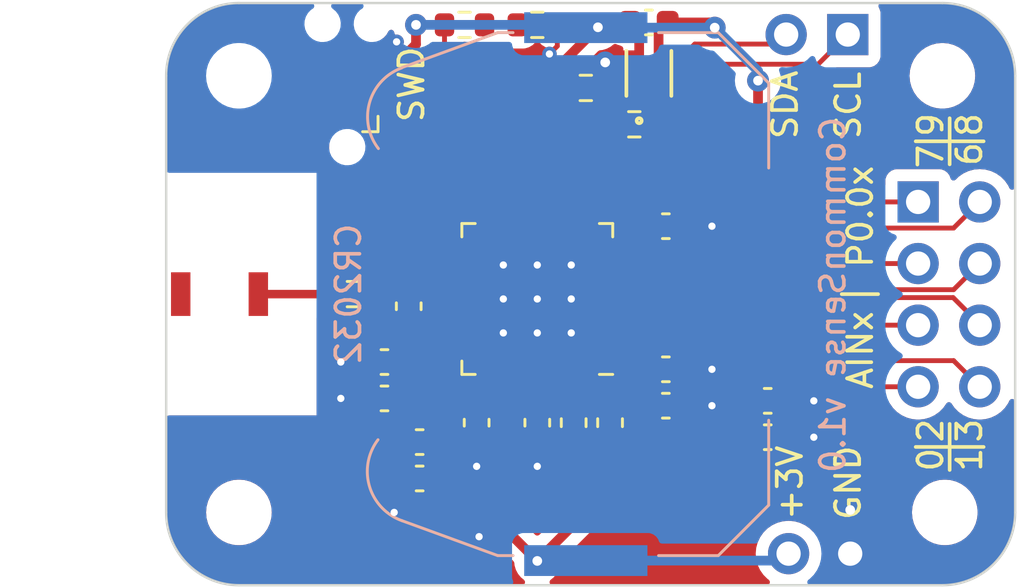
<source format=kicad_pcb>
(kicad_pcb (version 20221018) (generator pcbnew)
  (layers (0 "F.Cu" signal) (31 "B.Cu" signal) (34 "B.Paste" user) (35 "F.Paste" user) (36 "B.SilkS" user "B.Silkscreen") (37 "F.SilkS" user "F.Silkscreen") (38 "B.Mask" user) (39 "F.Mask" user) (44 "Edge.Cuts" user))
  (net 0 "")
  (net 1 "/RF")
  (net 2 "+3V3")
  (net 3 "GND")
  (net 4 "/XL1")
  (net 5 "/XL2")
  (net 6 "/DEC1")
  (net 7 "/DEC4")
  (net 8 "/DEC3")
  (net 9 "/DEC2")
  (net 10 "/XC1")
  (net 11 "/XC2")
  (net 12 "/ANT")
  (net 13 "/LED_RES")
  (net 14 "/STATUS_LED")
  (net 15 "/P0.09")
  (net 16 "/P0.08")
  (net 17 "/P0.07")
  (net 18 "/P0.06")
  (net 19 "/AIN3")
  (net 20 "/AIN2")
  (net 21 "/AIN1")
  (net 22 "/AIN0")
  (net 33 "/SWDCLK")
  (net 34 "/SWDIO")
  (net 44 "/SDA")
  (net 45 "/SCL")
  (net 47 "/NRESET")
  (net 48 "/DCC")
  (net 49 "/L_MID")
  (footprint "Connector_PinHeader_2.54mm:PinHeader_1x02_P2.54mm_Vertical" (layer "F.Cu") (at 164.2 78.7 -90)
    (fp_text reference "J2" hide)
    (fp_text value "Conn_01x02" hide)
    (pad "1" thru_hole rect locked (at 0 0 270) (size 1.7 1.7) (drill 1) (layers "*.Cu" "*.Mask") (net 3 "GND"))
    (pad "2" thru_hole oval locked (at 0 2.54 270) (size 1.7 1.7) (drill 1) (layers "*.Cu" "*.Mask") (net 2 "+3V3"))
  )
  (footprint "Capacitor_SMD:C_0603_1608Metric" (layer "F.Cu") (at 145 70.8 180)
    (fp_text reference "C9" hide)
    (fp_text value "N.C." hide)
    (fp_line (start -0.14058 -0.51) (end 0.14058 -0.51) (stroke (width 0.12)) (layer "F.SilkS"))
    (fp_line (start -0.14058 0.51) (end 0.14058 0.51) (stroke (width 0.12)) (layer "F.SilkS"))
    (pad "1" smd roundrect (at -0.775 0 180) (size 0.9 0.95) (layers "F.Cu" "F.Paste" "F.Mask") (net 9 "/DEC2"))
    (pad "2" smd roundrect (at 0.775 0 180) (size 0.9 0.95) (layers "F.Cu" "F.Paste" "F.Mask") (net 3 "GND"))
  )
  (footprint "Capacitor_SMD:C_0603_1608Metric" (layer "F.Cu") (at 156.6 71.1 180)
    (fp_text reference "C3" hide)
    (fp_text value "100n" hide)
    (fp_line (start -0.14058 -0.51) (end 0.14058 -0.51) (stroke (width 0.12)) (layer "F.SilkS"))
    (fp_line (start -0.14058 0.51) (end 0.14058 0.51) (stroke (width 0.12)) (layer "F.SilkS"))
    (pad "1" smd roundrect (at -0.775 0 180) (size 0.9 0.95) (layers "F.Cu" "F.Paste" "F.Mask") (net 3 "GND"))
    (pad "2" smd roundrect (at 0.775 0 180) (size 0.9 0.95) (layers "F.Cu" "F.Paste" "F.Mask") (net 6 "/DEC1"))
  )
  (footprint "MountingHole:MountingHole_2.2mm_M2" (layer "F.Cu") (at 168.1 77)
    (fp_text reference "H4" hide)
    (fp_text value "MountingHole" hide)
    (pad "" np_thru_hole circle locked (at 0 0) (size 2.2 2.2) (drill 2.2) (layers "*.Cu" "*.Mask"))
  )
  (footprint "Inductor_SMD:L_0603_1608Metric" (layer "F.Cu") (at 154.3 73.3 90)
    (fp_text reference "L3" hide)
    (fp_text value "10uH" hide)
    (fp_line (start -0.162779 -0.51) (end 0.162779 -0.51) (stroke (width 0.12)) (layer "F.SilkS"))
    (fp_line (start -0.162779 0.51) (end 0.162779 0.51) (stroke (width 0.12)) (layer "F.SilkS"))
    (pad "1" smd roundrect (at -0.7875 0 90) (size 0.875 0.95) (layers "F.Cu" "F.Paste" "F.Mask") (net 49 "/L_MID"))
    (pad "2" smd roundrect (at 0.7875 0 90) (size 0.875 0.95) (layers "F.Cu" "F.Paste" "F.Mask") (net 48 "/DCC"))
  )
  (footprint "MountingHole:MountingHole_2.2mm_M2" (layer "F.Cu") (at 139 77)
    (fp_text reference "H1" hide)
    (fp_text value "MountingHole" hide)
    (pad "" np_thru_hole circle locked (at 0 0) (size 2.2 2.2) (drill 2.2) (layers "*.Cu" "*.Mask"))
  )
  (footprint "Connector_PinHeader_2.54mm:PinHeader_2x04_P2.54mm_Vertical" (layer "F.Cu") (at 167 64.2)
    (fp_text reference "J1" hide)
    (fp_text value "Conn_02x04_Counter_Clockwise" hide)
    (pad "1" thru_hole rect locked (at 0 0) (size 1.7 1.7) (drill 1) (layers "*.Cu" "*.Mask") (net 15 "/P0.09"))
    (pad "2" thru_hole oval locked (at 2.54 0) (size 1.7 1.7) (drill 1) (layers "*.Cu" "*.Mask") (net 16 "/P0.08"))
    (pad "3" thru_hole oval locked (at 0 2.54) (size 1.7 1.7) (drill 1) (layers "*.Cu" "*.Mask") (net 17 "/P0.07"))
    (pad "4" thru_hole oval locked (at 2.54 2.54) (size 1.7 1.7) (drill 1) (layers "*.Cu" "*.Mask") (net 18 "/P0.06"))
    (pad "5" thru_hole oval locked (at 0 5.08) (size 1.7 1.7) (drill 1) (layers "*.Cu" "*.Mask") (net 20 "/AIN2"))
    (pad "6" thru_hole oval locked (at 2.54 5.08) (size 1.7 1.7) (drill 1) (layers "*.Cu" "*.Mask") (net 19 "/AIN3"))
    (pad "7" thru_hole oval locked (at 0 7.62) (size 1.7 1.7) (drill 1) (layers "*.Cu" "*.Mask") (net 22 "/AIN0"))
    (pad "8" thru_hole oval locked (at 2.54 7.62) (size 1.7 1.7) (drill 1) (layers "*.Cu" "*.Mask") (net 21 "/AIN1"))
  )
  (footprint "encyclopedia_galactica:ECS-.327-12.5-12R-TR" (layer "F.Cu") (at 160.076228 75.527211 180)
    (fp_text reference "Y1" hide)
    (fp_text value " ECS-.327-12.5-12R-TR " hide)
    (pad "1" smd rect (at -0.7 0 180) (size 0.6 1.1) (layers "F.Cu" "F.Paste" "F.Mask") (net 5 "/XL2"))
    (pad "2" smd rect (at 0.7 0 180) (size 0.6 1.1) (layers "F.Cu" "F.Paste" "F.Mask") (net 4 "/XL1"))
  )
  (footprint "encyclopedia_galactica:2108838-1" (layer "F.Cu") (at 135.7 68)
    (fp_text reference "2108838-1" hide)
    (fp_text value "~" hide)
    (pad "1" smd rect (at 4.1 0) (size 0.8 1.8) (layers "F.Cu" "F.Paste" "F.Mask") (net 1 "/RF"))
    (pad "2" smd rect (at 0.9 0) (size 0.8 1.8) (layers "F.Cu" "F.Paste" "F.Mask"))
    (zone (net 0) (net_name "") (layers "*.Cu") (connect_pads (clearance 0)) (min_thickness 0.25)
      (keepout (tracks allowed) (vias not_allowed) (pads allowed) (copperpour not_allowed) (footprints not_allowed))
      (fill (thermal_gap 0.5) (thermal_bridge_width 0.5))
      (polygon (pts (xy 129.2 63) (xy 129.2 73) (xy 142.2 73) (xy 142.2 63)))
    )
  )
  (footprint "MountingHole:MountingHole_2.2mm_M2" (layer "F.Cu") (at 139 59)
    (fp_text reference "H2" hide)
    (fp_text value "MountingHole" hide)
    (pad "" np_thru_hole circle locked (at 0 0) (size 2.2 2.2) (drill 2.2) (layers "*.Cu" "*.Mask"))
  )
  (footprint "Connector_PinHeader_2.54mm:PinHeader_1x02_P2.54mm_Vertical" (layer "F.Cu") (at 164.1 57.3 -90)
    (fp_text reference "J3" hide)
    (fp_text value "Conn_01x02" hide)
    (pad "1" thru_hole rect locked (at 0 0 270) (size 1.7 1.7) (drill 1) (layers "*.Cu" "*.Mask") (net 45 "/SCL"))
    (pad "2" thru_hole oval locked (at 0 2.54 270) (size 1.7 1.7) (drill 1) (layers "*.Cu" "*.Mask") (net 44 "/SDA"))
  )
  (footprint "Resistor_SMD:R_0603_1608Metric" (layer "F.Cu") (at 151.3 56.9 180)
    (fp_text reference "D1" hide)
    (fp_text value "LED" hide)
    (fp_line (start -0.237258 -0.5225) (end 0.237258 -0.5225) (stroke (width 0.12)) (layer "F.SilkS"))
    (fp_line (start -0.237258 0.5225) (end 0.237258 0.5225) (stroke (width 0.12)) (layer "F.SilkS"))
    (pad "1" smd roundrect (at -0.825 0 180) (size 0.8 0.95) (layers "F.Cu" "F.Paste" "F.Mask") (net 3 "GND"))
    (pad "2" smd roundrect (at 0.825 0 180) (size 0.8 0.95) (layers "F.Cu" "F.Paste" "F.Mask") (net 13 "/LED_RES"))
  )
  (footprint "Package_DFN_QFN:QFN-48-1EP_6x6mm_P0.4mm_EP4.6x4.6mm" (layer "F.Cu") (at 151.3 68.2 180)
    (fp_text reference "U1" hide)
    (fp_text value "NRF52810-QFAA-R7" hide)
    (fp_line (start -3.11 3.11) (end -3.11 2.56) (stroke (width 0.12)) (layer "F.SilkS"))
    (fp_line (start -2.56 -3.11) (end -3.11 -3.11) (stroke (width 0.12)) (layer "F.SilkS"))
    (fp_line (start -2.56 3.11) (end -3.11 3.11) (stroke (width 0.12)) (layer "F.SilkS"))
    (fp_line (start 2.56 -3.11) (end 3.11 -3.11) (stroke (width 0.12)) (layer "F.SilkS"))
    (fp_line (start 2.56 3.11) (end 3.11 3.11) (stroke (width 0.12)) (layer "F.SilkS"))
    (fp_line (start 3.11 -3.11) (end 3.11 -2.56) (stroke (width 0.12)) (layer "F.SilkS"))
    (fp_line (start 3.11 3.11) (end 3.11 2.56) (stroke (width 0.12)) (layer "F.SilkS"))
    (pad "1" smd roundrect (at -2.95 -2.2 180) (size 0.8 0.2) (layers "F.Cu" "F.Paste" "F.Mask") (net 6 "/DEC1"))
    (pad "2" smd roundrect (at -2.95 -1.8 180) (size 0.8 0.2) (layers "F.Cu" "F.Paste" "F.Mask") (net 4 "/XL1"))
    (pad "3" smd roundrect (at -2.95 -1.4 180) (size 0.8 0.2) (layers "F.Cu" "F.Paste" "F.Mask") (net 5 "/XL2"))
    (pad "4" smd roundrect (at -2.95 -1 180) (size 0.8 0.2) (layers "F.Cu" "F.Paste" "F.Mask") (net 22 "/AIN0"))
    (pad "5" smd roundrect (at -2.95 -0.6 180) (size 0.8 0.2) (layers "F.Cu" "F.Paste" "F.Mask") (net 21 "/AIN1"))
    (pad "6" smd roundrect (at -2.95 -0.2 180) (size 0.8 0.2) (layers "F.Cu" "F.Paste" "F.Mask") (net 20 "/AIN2"))
    (pad "7" smd roundrect (at -2.95 0.2 180) (size 0.8 0.2) (layers "F.Cu" "F.Paste" "F.Mask") (net 19 "/AIN3"))
    (pad "8" smd roundrect (at -2.95 0.6 180) (size 0.8 0.2) (layers "F.Cu" "F.Paste" "F.Mask") (net 18 "/P0.06"))
    (pad "9" smd roundrect (at -2.95 1 180) (size 0.8 0.2) (layers "F.Cu" "F.Paste" "F.Mask") (net 17 "/P0.07"))
    (pad "10" smd roundrect (at -2.95 1.4 180) (size 0.8 0.2) (layers "F.Cu" "F.Paste" "F.Mask") (net 16 "/P0.08"))
    (pad "11" smd roundrect (at -2.95 1.8 180) (size 0.8 0.2) (layers "F.Cu" "F.Paste" "F.Mask") (net 15 "/P0.09"))
    (pad "12" smd roundrect (at -2.95 2.2 180) (size 0.8 0.2) (layers "F.Cu" "F.Paste" "F.Mask"))
    (pad "13" smd roundrect (at -2.2 2.95 180) (size 0.2 0.8) (layers "F.Cu" "F.Paste" "F.Mask") (net 2 "+3V3"))
    (pad "14" smd roundrect (at -1.8 2.95 180) (size 0.2 0.8) (layers "F.Cu" "F.Paste" "F.Mask"))
    (pad "15" smd roundrect (at -1.4 2.95 180) (size 0.2 0.8) (layers "F.Cu" "F.Paste" "F.Mask"))
    (pad "16" smd roundrect (at -1 2.95 180) (size 0.2 0.8) (layers "F.Cu" "F.Paste" "F.Mask") (net 45 "/SCL"))
    (pad "17" smd roundrect (at -0.6 2.95 180) (size 0.2 0.8) (layers "F.Cu" "F.Paste" "F.Mask") (net 44 "/SDA"))
    (pad "18" smd roundrect (at -0.2 2.95 180) (size 0.2 0.8) (layers "F.Cu" "F.Paste" "F.Mask"))
    (pad "19" smd roundrect (at 0.2 2.95 180) (size 0.2 0.8) (layers "F.Cu" "F.Paste" "F.Mask"))
    (pad "20" smd roundrect (at 0.6 2.95 180) (size 0.2 0.8) (layers "F.Cu" "F.Paste" "F.Mask"))
    (pad "21" smd roundrect (at 1 2.95 180) (size 0.2 0.8) (layers "F.Cu" "F.Paste" "F.Mask"))
    (pad "22" smd roundrect (at 1.4 2.95 180) (size 0.2 0.8) (layers "F.Cu" "F.Paste" "F.Mask"))
    (pad "23" smd roundrect (at 1.8 2.95 180) (size 0.2 0.8) (layers "F.Cu" "F.Paste" "F.Mask") (net 14 "/STATUS_LED"))
    (pad "24" smd roundrect (at 2.2 2.95 180) (size 0.2 0.8) (layers "F.Cu" "F.Paste" "F.Mask") (net 47 "/NRESET"))
    (pad "25" smd roundrect (at 2.95 2.2 180) (size 0.8 0.2) (layers "F.Cu" "F.Paste" "F.Mask") (net 33 "/SWDCLK"))
    (pad "26" smd roundrect (at 2.95 1.8 180) (size 0.8 0.2) (layers "F.Cu" "F.Paste" "F.Mask") (net 34 "/SWDIO"))
    (pad "27" smd roundrect (at 2.95 1.4 180) (size 0.8 0.2) (layers "F.Cu" "F.Paste" "F.Mask"))
    (pad "28" smd roundrect (at 2.95 1 180) (size 0.8 0.2) (layers "F.Cu" "F.Paste" "F.Mask"))
    (pad "29" smd roundrect (at 2.95 0.6 180) (size 0.8 0.2) (layers "F.Cu" "F.Paste" "F.Mask"))
    (pad "30" smd roundrect (at 2.95 0.2 180) (size 0.8 0.2) (layers "F.Cu" "F.Paste" "F.Mask") (net 12 "/ANT"))
    (pad "31" smd roundrect (at 2.95 -0.2 180) (size 0.8 0.2) (layers "F.Cu" "F.Paste" "F.Mask") (net 3 "GND"))
    (pad "32" smd roundrect (at 2.95 -0.6 180) (size 0.8 0.2) (layers "F.Cu" "F.Paste" "F.Mask") (net 9 "/DEC2"))
    (pad "33" smd roundrect (at 2.95 -1 180) (size 0.8 0.2) (layers "F.Cu" "F.Paste" "F.Mask") (net 8 "/DEC3"))
    (pad "34" smd roundrect (at 2.95 -1.4 180) (size 0.8 0.2) (layers "F.Cu" "F.Paste" "F.Mask") (net 11 "/XC2"))
    (pad "35" smd roundrect (at 2.95 -1.8 180) (size 0.8 0.2) (layers "F.Cu" "F.Paste" "F.Mask") (net 10 "/XC1"))
    (pad "36" smd roundrect (at 2.95 -2.2 180) (size 0.8 0.2) (layers "F.Cu" "F.Paste" "F.Mask") (net 2 "+3V3"))
    (pad "37" smd roundrect (at 2.2 -2.95 180) (size 0.2 0.8) (layers "F.Cu" "F.Paste" "F.Mask"))
    (pad "38" smd roundrect (at 1.8 -2.95 180) (size 0.2 0.8) (layers "F.Cu" "F.Paste" "F.Mask"))
    (pad "39" smd roundrect (at 1.4 -2.95 180) (size 0.2 0.8) (layers "F.Cu" "F.Paste" "F.Mask"))
    (pad "40" smd roundrect (at 1 -2.95 180) (size 0.2 0.8) (layers "F.Cu" "F.Paste" "F.Mask"))
    (pad "41" smd roundrect (at 0.6 -2.95 180) (size 0.2 0.8) (layers "F.Cu" "F.Paste" "F.Mask"))
    (pad "42" smd roundrect (at 0.2 -2.95 180) (size 0.2 0.8) (layers "F.Cu" "F.Paste" "F.Mask"))
    (pad "43" smd roundrect (at -0.2 -2.95 180) (size 0.2 0.8) (layers "F.Cu" "F.Paste" "F.Mask"))
    (pad "44" smd roundrect (at -0.6 -2.95 180) (size 0.2 0.8) (layers "F.Cu" "F.Paste" "F.Mask"))
    (pad "45" smd roundrect (at -1 -2.95 180) (size 0.2 0.8) (layers "F.Cu" "F.Paste" "F.Mask") (net 3 "GND"))
    (pad "46" smd roundrect (at -1.4 -2.95 180) (size 0.2 0.8) (layers "F.Cu" "F.Paste" "F.Mask") (net 7 "/DEC4"))
    (pad "47" smd roundrect (at -1.8 -2.95 180) (size 0.2 0.8) (layers "F.Cu" "F.Paste" "F.Mask") (net 48 "/DCC"))
    (pad "48" smd roundrect (at -2.2 -2.95 180) (size 0.2 0.8) (layers "F.Cu" "F.Paste" "F.Mask") (net 2 "+3V3"))
    (pad "49" smd rect (at 0 0 180) (size 4.6 4.6) (layers "F.Cu" "F.Mask") (net 3 "GND"))
  )
  (footprint "Capacitor_SMD:C_0603_1608Metric" (layer "F.Cu") (at 145 72.3 180)
    (fp_text reference "C8" hide)
    (fp_text value "100pF" hide)
    (fp_line (start -0.14058 -0.51) (end 0.14058 -0.51) (stroke (width 0.12)) (layer "F.SilkS"))
    (fp_line (start -0.14058 0.51) (end 0.14058 0.51) (stroke (width 0.12)) (layer "F.SilkS"))
    (pad "1" smd roundrect (at -0.775 0 180) (size 0.9 0.95) (layers "F.Cu" "F.Paste" "F.Mask") (net 8 "/DEC3"))
    (pad "2" smd roundrect (at 0.775 0 180) (size 0.9 0.95) (layers "F.Cu" "F.Paste" "F.Mask") (net 3 "GND"))
  )
  (footprint "Capacitor_SMD:C_0603_1608Metric" (layer "F.Cu") (at 156.6 72.6 180)
    (fp_text reference "C5" hide)
    (fp_text value "4u7" hide)
    (fp_line (start -0.14058 -0.51) (end 0.14058 -0.51) (stroke (width 0.12)) (layer "F.SilkS"))
    (fp_line (start -0.14058 0.51) (end 0.14058 0.51) (stroke (width 0.12)) (layer "F.SilkS"))
    (pad "1" smd roundrect (at -0.775 0 180) (size 0.9 0.95) (layers "F.Cu" "F.Paste" "F.Mask") (net 3 "GND"))
    (pad "2" smd roundrect (at 0.775 0 180) (size 0.9 0.95) (layers "F.Cu" "F.Paste" "F.Mask") (net 2 "+3V3"))
  )
  (footprint "Capacitor_SMD:C_0603_1608Metric" (layer "F.Cu") (at 146.45 74.1 180)
    (fp_text reference "C11" hide)
    (fp_text value "12pF" hide)
    (fp_line (start -0.14058 -0.51) (end 0.14058 -0.51) (stroke (width 0.12)) (layer "F.SilkS"))
    (fp_line (start -0.14058 0.51) (end 0.14058 0.51) (stroke (width 0.12)) (layer "F.SilkS"))
    (pad "1" smd roundrect (at -0.775 0 180) (size 0.9 0.95) (layers "F.Cu" "F.Paste" "F.Mask") (net 11 "/XC2"))
    (pad "2" smd roundrect (at 0.775 0 180) (size 0.9 0.95) (layers "F.Cu" "F.Paste" "F.Mask") (net 3 "GND"))
  )
  (footprint "Resistor_SMD:R_0603_1608Metric" (layer "F.Cu") (at 153.3 59.5)
    (fp_text reference "R4" hide)
    (fp_text value "10k" hide)
    (fp_line (start -0.237258 -0.5225) (end 0.237258 -0.5225) (stroke (width 0.12)) (layer "F.SilkS"))
    (fp_line (start -0.237258 0.5225) (end 0.237258 0.5225) (stroke (width 0.12)) (layer "F.SilkS"))
    (pad "1" smd roundrect (at -0.825 0) (size 0.8 0.95) (layers "F.Cu" "F.Paste" "F.Mask") (net 2 "+3V3"))
    (pad "2" smd roundrect (at 0.825 0) (size 0.8 0.95) (layers "F.Cu" "F.Paste" "F.Mask") (net 44 "/SDA"))
  )
  (footprint "Connector:Tag-Connect_TC2030-IDC-NL_2x03_P1.27mm_Vertical" (layer "F.Cu") (at 143.465 59.4 90)
    (fp_text reference "J5" hide)
    (fp_text value "Conn_ARM_SWD_TagConnect_TC2030-NL" hide)
    (fp_line (start -1.905 1.27) (end -1.905 0.635) (stroke (width 0.12)) (layer "F.SilkS"))
    (fp_line (start -1.27 1.27) (end -1.905 1.27) (stroke (width 0.12)) (layer "F.SilkS"))
    (pad "" np_thru_hole circle (at -2.54 0 90) (size 0.9906 0.9906) (drill 0.9906) (layers "*.Cu" "*.Mask"))
    (pad "" np_thru_hole circle (at 2.54 -1.016 90) (size 0.9906 0.9906) (drill 0.9906) (layers "*.Cu" "*.Mask"))
    (pad "" np_thru_hole circle (at 2.54 1.016 90) (size 0.9906 0.9906) (drill 0.9906) (layers "*.Cu" "*.Mask"))
    (pad "1" connect circle (at -1.27 0.635 90) (size 0.7874 0.7874) (layers "F.Cu" "F.Mask") (net 2 "+3V3"))
    (pad "2" connect circle (at -1.27 -0.635 90) (size 0.7874 0.7874) (layers "F.Cu" "F.Mask") (net 34 "/SWDIO"))
    (pad "3" connect circle (at 0 0.635 90) (size 0.7874 0.7874) (layers "F.Cu" "F.Mask") (net 47 "/NRESET"))
    (pad "4" connect circle (at 0 -0.635 90) (size 0.7874 0.7874) (layers "F.Cu" "F.Mask") (net 33 "/SWDCLK"))
    (pad "5" connect circle (at 1.27 0.635 90) (size 0.7874 0.7874) (layers "F.Cu" "F.Mask") (net 3 "GND"))
    (pad "6" connect circle (at 1.27 -0.635 90) (size 0.7874 0.7874) (layers "F.Cu" "F.Mask"))
    (zone (net 0) (net_name "") (layer "F.Cu") (connect_pads (clearance 0)) (min_thickness 0.254)
      (keepout (tracks allowed) (vias not_allowed) (pads allowed) (copperpour not_allowed) (footprints not_allowed))
      (fill (thermal_gap 0.508) (thermal_bridge_width 0.508))
      (polygon (pts (xy 142.83 58.13) (xy 142.83 60.67) (xy 144.1 60.67) (xy 144.1 58.13)))
    )
  )
  (footprint "Resistor_SMD:R_0603_1608Metric" (layer "F.Cu") (at 148.3 56.9)
    (fp_text reference "R1" hide)
    (fp_text value "R" hide)
    (fp_line (start -0.237258 -0.5225) (end 0.237258 -0.5225) (stroke (width 0.12)) (layer "F.SilkS"))
    (fp_line (start -0.237258 0.5225) (end 0.237258 0.5225) (stroke (width 0.12)) (layer "F.SilkS"))
    (pad "1" smd roundrect (at -0.825 0) (size 0.8 0.95) (layers "F.Cu" "F.Paste" "F.Mask") (net 14 "/STATUS_LED"))
    (pad "2" smd roundrect (at 0.825 0) (size 0.8 0.95) (layers "F.Cu" "F.Paste" "F.Mask") (net 13 "/LED_RES"))
  )
  (footprint "MountingHole:MountingHole_2.2mm_M2" (layer "F.Cu") (at 168 59)
    (fp_text reference "H3" hide)
    (fp_text value "MountingHole" hide)
    (pad "" np_thru_hole circle locked (at 0 0) (size 2.2 2.2) (drill 2.2) (layers "*.Cu" "*.Mask"))
  )
  (footprint "Resistor_SMD:R_0603_1608Metric" (layer "F.Cu") (at 143.7 68 180)
    (fp_text reference "L1" hide)
    (fp_text value "3.9nH" hide)
    (fp_line (start -0.237258 -0.5225) (end 0.237258 -0.5225) (stroke (width 0.12)) (layer "F.SilkS"))
    (fp_line (start -0.237258 0.5225) (end 0.237258 0.5225) (stroke (width 0.12)) (layer "F.SilkS"))
    (pad "1" smd roundrect (at -0.825 0 180) (size 0.8 0.95) (layers "F.Cu" "F.Paste" "F.Mask") (net 12 "/ANT"))
    (pad "2" smd roundrect (at 0.825 0 180) (size 0.8 0.95) (layers "F.Cu" "F.Paste" "F.Mask") (net 1 "/RF"))
  )
  (footprint "Resistor_SMD:R_0603_1608Metric" (layer "F.Cu") (at 155.3 61 180)
    (fp_text reference "R3" hide)
    (fp_text value "10k" hide)
    (fp_line (start -0.237258 -0.5225) (end 0.237258 -0.5225) (stroke (width 0.12)) (layer "F.SilkS"))
    (fp_line (start -0.237258 0.5225) (end 0.237258 0.5225) (stroke (width 0.12)) (layer "F.SilkS"))
    (pad "1" smd roundrect (at -0.825 0 180) (size 0.8 0.95) (layers "F.Cu" "F.Paste" "F.Mask") (net 45 "/SCL"))
    (pad "2" smd roundrect (at 0.825 0 180) (size 0.8 0.95) (layers "F.Cu" "F.Paste" "F.Mask") (net 2 "+3V3"))
  )
  (footprint "Capacitor_SMD:C_0603_1608Metric" (layer "F.Cu") (at 148.8 73.3 90)
    (fp_text reference "C7" hide)
    (fp_text value "100n" hide)
    (fp_line (start -0.14058 -0.51) (end 0.14058 -0.51) (stroke (width 0.12)) (layer "F.SilkS"))
    (fp_line (start -0.14058 0.51) (end 0.14058 0.51) (stroke (width 0.12)) (layer "F.SilkS"))
    (pad "1" smd roundrect (at -0.775 0 90) (size 0.9 0.95) (layers "F.Cu" "F.Paste" "F.Mask") (net 3 "GND"))
    (pad "2" smd roundrect (at 0.775 0 90) (size 0.9 0.95) (layers "F.Cu" "F.Paste" "F.Mask") (net 2 "+3V3"))
  )
  (footprint "Capacitor_SMD:C_0603_1608Metric" (layer "F.Cu") (at 155.90005 56.8 180)
    (fp_text reference "C13" hide)
    (fp_text value "100n" hide)
    (fp_line (start -0.14058 -0.51) (end 0.14058 -0.51) (stroke (width 0.12)) (layer "F.SilkS"))
    (fp_line (start -0.14058 0.51) (end 0.14058 0.51) (stroke (width 0.12)) (layer "F.SilkS"))
    (pad "1" smd roundrect (at -0.775 0 180) (size 0.9 0.95) (layers "F.Cu" "F.Paste" "F.Mask") (net 2 "+3V3"))
    (pad "2" smd roundrect (at 0.775 0 180) (size 0.9 0.95) (layers "F.Cu" "F.Paste" "F.Mask") (net 3 "GND"))
  )
  (footprint "Capacitor_SMD:C_0603_1608Metric" (layer "F.Cu") (at 160.8 73.9)
    (fp_text reference "C2" hide)
    (fp_text value "12pF" hide)
    (fp_line (start -0.14058 -0.51) (end 0.14058 -0.51) (stroke (width 0.12)) (layer "F.SilkS"))
    (fp_line (start -0.14058 0.51) (end 0.14058 0.51) (stroke (width 0.12)) (layer "F.SilkS"))
    (pad "1" smd roundrect (at -0.775 0) (size 0.9 0.95) (layers "F.Cu" "F.Paste" "F.Mask") (net 5 "/XL2"))
    (pad "2" smd roundrect (at 0.775 0) (size 0.9 0.95) (layers "F.Cu" "F.Paste" "F.Mask") (net 3 "GND"))
  )
  (footprint "Capacitor_SMD:C_0603_1608Metric" (layer "F.Cu") (at 156.6 65.2 180)
    (fp_text reference "C4" hide)
    (fp_text value "100n" hide)
    (fp_line (start -0.14058 -0.51) (end 0.14058 -0.51) (stroke (width 0.12)) (layer "F.SilkS"))
    (fp_line (start -0.14058 0.51) (end 0.14058 0.51) (stroke (width 0.12)) (layer "F.SilkS"))
    (pad "1" smd roundrect (at -0.775 0 180) (size 0.9 0.95) (layers "F.Cu" "F.Paste" "F.Mask") (net 3 "GND"))
    (pad "2" smd roundrect (at 0.775 0 180) (size 0.9 0.95) (layers "F.Cu" "F.Paste" "F.Mask") (net 2 "+3V3"))
  )
  (footprint "encyclopedia_galactica:DFN4_SHT41_SEN" (layer "F.Cu") (at 155.90005 58.9 90)
    (fp_text reference "U2" hide)
    (fp_text value "SHT41-AD1B-R2" hide)
    (fp_line (start -0.9271 0.9271) (end 0.9271 0.9271) (stroke (width 0.1524)) (layer "F.SilkS"))
    (fp_line (start 0.9271 -0.9271) (end -0.9271 -0.9271) (stroke (width 0.1524)) (layer "F.SilkS"))
    (fp_circle (center -1.950999 -0.40005) (end -1.849399 -0.40005) (stroke (width 0.1524)) (fill none) (layer "F.SilkS"))
    (pad "1" smd rect (at -0.7469 -0.40005 90) (size 0.706399 0.3056) (layers "F.Cu" "F.Paste" "F.Mask") (net 44 "/SDA"))
    (pad "2" smd rect (at -0.7469 0.40005 90) (size 0.706399 0.3056) (layers "F.Cu" "F.Paste" "F.Mask") (net 45 "/SCL"))
    (pad "3" smd rect (at 0.7469 0.40005 90) (size 0.706399 0.3056) (layers "F.Cu" "F.Paste" "F.Mask") (net 2 "+3V3"))
    (pad "4" smd rect (at 0.7469 -0.40005 90) (size 0.706399 0.3056) (layers "F.Cu" "F.Paste" "F.Mask") (net 3 "GND"))
  )
  (footprint "Capacitor_SMD:C_0603_1608Metric" (layer "F.Cu") (at 160.8 72.4)
    (fp_text reference "C1" hide)
    (fp_text value "12pF" hide)
    (fp_line (start -0.14058 -0.51) (end 0.14058 -0.51) (stroke (width 0.12)) (layer "F.SilkS"))
    (fp_line (start -0.14058 0.51) (end 0.14058 0.51) (stroke (width 0.12)) (layer "F.SilkS"))
    (pad "1" smd roundrect (at -0.775 0) (size 0.9 0.95) (layers "F.Cu" "F.Paste" "F.Mask") (net 4 "/XL1"))
    (pad "2" smd roundrect (at 0.775 0) (size 0.9 0.95) (layers "F.Cu" "F.Paste" "F.Mask") (net 3 "GND"))
  )
  (footprint "Inductor_SMD:L_0603_1608Metric" (layer "F.Cu") (at 152.8 73.3 -90)
    (fp_text reference "L2" hide)
    (fp_text value "15nH" hide)
    (fp_line (start -0.162779 -0.51) (end 0.162779 -0.51) (stroke (width 0.12)) (layer "F.SilkS"))
    (fp_line (start -0.162779 0.51) (end 0.162779 0.51) (stroke (width 0.12)) (layer "F.SilkS"))
    (pad "1" smd roundrect (at -0.7875 0 270) (size 0.875 0.95) (layers "F.Cu" "F.Paste" "F.Mask") (net 7 "/DEC4"))
    (pad "2" smd roundrect (at 0.7875 0 270) (size 0.875 0.95) (layers "F.Cu" "F.Paste" "F.Mask") (net 49 "/L_MID"))
  )
  (footprint "encyclopedia_galactica:ABM11W-30.0000MHZ-7-D1X-T3" (layer "F.Cu") (at 147.1625 77.5)
    (fp_text reference "Y2" hide)
    (fp_text value "ABM11W-32.0000MHZ-7-D1X-T3 " hide)
    (pad "1" smd rect (at -0.637 -0.487 90) (size 0.775 0.875) (layers "F.Cu" "F.Paste" "F.Mask") (net 3 "GND"))
    (pad "2" smd rect (at 0.637 -0.487 90) (size 0.775 0.875) (layers "F.Cu" "F.Paste" "F.Mask") (net 10 "/XC1"))
    (pad "3" smd rect (at -0.637 0.487 90) (size 0.775 0.875) (layers "F.Cu" "F.Paste" "F.Mask") (net 11 "/XC2"))
    (pad "4" smd rect (at 0.637 0.487 90) (size 0.775 0.875) (layers "F.Cu" "F.Paste" "F.Mask") (net 3 "GND"))
  )
  (footprint "Capacitor_SMD:C_0603_1608Metric" (layer "F.Cu") (at 146 68.5 90)
    (fp_text reference "C12" hide)
    (fp_text value "0.8pF" hide)
    (fp_line (start -0.14058 -0.51) (end 0.14058 -0.51) (stroke (width 0.12)) (layer "F.SilkS"))
    (fp_line (start -0.14058 0.51) (end 0.14058 0.51) (stroke (width 0.12)) (layer "F.SilkS"))
    (pad "1" smd roundrect (at -0.775 0 90) (size 0.9 0.95) (layers "F.Cu" "F.Paste" "F.Mask") (net 3 "GND"))
    (pad "2" smd roundrect (at 0.775 0 90) (size 0.9 0.95) (layers "F.Cu" "F.Paste" "F.Mask") (net 12 "/ANT"))
  )
  (footprint "Capacitor_SMD:C_0603_1608Metric" (layer "F.Cu") (at 151.3 73.3 -90)
    (fp_text reference "C6" hide)
    (fp_text value "1u" hide)
    (fp_line (start -0.14058 -0.51) (end 0.14058 -0.51) (stroke (width 0.12)) (layer "F.SilkS"))
    (fp_line (start -0.14058 0.51) (end 0.14058 0.51) (stroke (width 0.12)) (layer "F.SilkS"))
    (pad "1" smd roundrect (at -0.775 0 270) (size 0.9 0.95) (layers "F.Cu" "F.Paste" "F.Mask") (net 7 "/DEC4"))
    (pad "2" smd roundrect (at 0.775 0 270) (size 0.9 0.95) (layers "F.Cu" "F.Paste" "F.Mask") (net 3 "GND"))
  )
  (footprint "Capacitor_SMD:C_0603_1608Metric" (layer "F.Cu") (at 146.45 75.6 180)
    (fp_text reference "C10" hide)
    (fp_text value "12pF" hide)
    (fp_line (start -0.14058 -0.51) (end 0.14058 -0.51) (stroke (width 0.12)) (layer "F.SilkS"))
    (fp_line (start -0.14058 0.51) (end 0.14058 0.51) (stroke (width 0.12)) (layer "F.SilkS"))
    (pad "1" smd roundrect (at -0.775 0 180) (size 0.9 0.95) (layers "F.Cu" "F.Paste" "F.Mask") (net 10 "/XC1"))
    (pad "2" smd roundrect (at 0.775 0 180) (size 0.9 0.95) (layers "F.Cu" "F.Paste" "F.Mask") (net 3 "GND"))
  )
  (footprint "Battery:BatteryHolder_Keystone_3034_1x20mm" (layer "B.Cu") (at 153.3 68 90)
    (fp_text reference "BT1" hide)
    (fp_text value "Battery_Cell" hide)
    (fp_line (start -10.78 -3.63) (end -9.34 -7.58) (stroke (width 0.12)) (layer "B.SilkS"))
    (fp_line (start -10.78 -3) (end -10.78 -3.63) (stroke (width 0.12)) (layer "B.SilkS"))
    (fp_line (start -10.78 5.46) (end -10.78 3) (stroke (width 0.12)) (layer "B.SilkS"))
    (fp_line (start -8.7 7.54) (end -10.78 5.46) (stroke (width 0.12)) (layer "B.SilkS"))
    (fp_line (start -5.2 7.54) (end -8.7 7.54) (stroke (width 0.12)) (layer "B.SilkS"))
    (fp_line (start 8.7 7.54) (end 5.2 7.54) (stroke (width 0.12)) (layer "B.SilkS"))
    (fp_line (start 8.7 7.54) (end 10.78 5.46) (stroke (width 0.12)) (layer "B.SilkS"))
    (fp_line (start 10.78 -3.63) (end 9.34 -7.58) (stroke (width 0.12)) (layer "B.SilkS"))
    (fp_line (start 10.78 -3) (end 10.78 -3.63) (stroke (width 0.12)) (layer "B.SilkS"))
    (fp_line (start 10.78 5.46) (end 10.78 3) (stroke (width 0.12)) (layer "B.SilkS"))
    (fp_arc (start -9.34 -7.58) (mid -7.921654 -8.918738) (end -6.003354 -8.56653) (stroke (width 0.12)) (layer "B.SilkS"))
    (fp_arc (start 6 -8.55) (mid 7.90634 -8.911669) (end 9.325243 -7.588169) (stroke (width 0.12)) (layer "B.SilkS"))
    (pad "1" smd rect (at -10.985 0 90) (size 1.27 5.08) (layers "B.Cu" "B.Paste" "B.Mask") (net 2 "+3V3"))
    (pad "1" smd rect (at 10.985 0 90) (size 1.27 5.08) (layers "B.Cu" "B.Paste" "B.Mask") (net 2 "+3V3"))
    (pad "2" smd circle (at 0 0 90) (size 17.8 17.8) (layers "B.Cu" "B.Mask") (net 3 "GND"))
  )
  (gr_line (start 168.3 75.25) (end 168.3 73.35) (stroke (width 0.15)) (layer "F.SilkS"))
  (gr_line (start 165.35 68) (end 163.85 68) (stroke (width 0.15)) (layer "F.SilkS"))
  (gr_line (start 168.3 62.65) (end 168.3 60.75) (stroke (width 0.15)) (layer "F.SilkS"))
  (gr_line (start 166.9 74.3) (end 169.7 74.3) (stroke (width 0.15)) (layer "F.SilkS"))
  (gr_line (start 166.9 61.7) (end 169.7 61.7) (stroke (width 0.15)) (layer "F.SilkS"))
  (gr_line locked (start 168.000001 80.000001) (end 139 80) (stroke (width 0.1)) (layer "Edge.Cuts"))
  (gr_line locked (start 171 59) (end 171 77) (stroke (width 0.1)) (layer "Edge.Cuts"))
  (gr_arc locked (start 138.999999 80.000001) (mid 136.878679 79.121321) (end 135.999999 77.000001) (stroke (width 0.1)) (layer "Edge.Cuts"))
  (gr_arc locked (start 168 56) (mid 170.12132 56.87868) (end 171 59) (stroke (width 0.1)) (layer "Edge.Cuts"))
  (gr_arc locked (start 135.999999 58.999999) (mid 136.878679 56.878679) (end 138.999999 55.999999) (stroke (width 0.1)) (layer "Edge.Cuts"))
  (gr_line locked (start 139 56) (end 168 56) (stroke (width 0.1)) (layer "Edge.Cuts"))
  (gr_arc locked (start 171.000001 77.000001) (mid 170.121321 79.121321) (end 168.000001 80.000001) (stroke (width 0.1)) (layer "Edge.Cuts"))
  (gr_line locked (start 136 77) (end 136 59) (stroke (width 0.1)) (layer "Edge.Cuts"))
  (gr_text "CommonSense v1.0" (at 162.9 60.6 90) (layer "B.SilkS") (effects (font (size 1 1)) (justify left top mirror)))
  (gr_text "CR2032" (at 144.1 65 90) (layer "B.SilkS") (effects (font (size 1 1)) (justify left bottom mirror)))
  (gr_text "7" (at 168.1 62.9 90) (layer "F.SilkS") (effects (font (size 1 1)) (justify left bottom)))
  (gr_text "SCL" (at 164.7 61.7 90) (layer "F.SilkS") (effects (font (size 1 1)) (justify left bottom)))
  (gr_text "SDA" (at 162.1 61.7 90) (layer "F.SilkS") (effects (font (size 1 1)) (justify left bottom)))
  (gr_text "P0.0x" (at 165.2 67 90) (layer "F.SilkS") (effects (font (size 1 1)) (justify left bottom)))
  (gr_text "+3V" (at 162.3 77.4 90) (layer "F.SilkS") (effects (font (size 1 1)) (justify left bottom)))
  (gr_text "6" (at 169.7 62.8 90) (layer "F.SilkS") (effects (font (size 1 1)) (justify left bottom)))
  (gr_text "SWD" (at 146.7 61 90) (layer "F.SilkS") (effects (font (size 1 1)) (justify left bottom)))
  (gr_text "GND" (at 164.7 77.4 90) (layer "F.SilkS") (effects (font (size 1 1)) (justify left bottom)))
  (gr_text "0" (at 168.1 75.4 90) (layer "F.SilkS") (effects (font (size 1 1)) (justify left bottom)))
  (gr_text "AINx" (at 165.2 72 90) (layer "F.SilkS") (effects (font (size 1 1)) (justify left bottom)))
  (gr_text "3" (at 169.7 74.2 90) (layer "F.SilkS") (effects (font (size 1 1)) (justify left bottom)))
  (gr_text "9" (at 168.1 61.6 90) (layer "F.SilkS") (effects (font (size 1 1)) (justify left bottom)))
  (gr_text "2" (at 168.1 74.2 90) (layer "F.SilkS") (effects (font (size 1 1)) (justify left bottom)))
  (gr_text "8" (at 169.7 61.6 90) (layer "F.SilkS") (effects (font (size 1 1)) (justify left bottom)))
  (gr_text "1" (at 169.7 75.4 90) (layer "F.SilkS") (effects (font (size 1 1)) (justify left bottom)))
  (segment (start 142.875 68) (end 139.8 68) (width 0.35) (layer "F.Cu") (net 1))
  (segment (start 156.3001 58.1531) (end 156.3001 57.17495) (width 0.4) (layer "F.Cu") (net 2))
  (segment (start 144.6793 58.7793) (end 144.7 58.8) (width 0.2) (layer "F.Cu") (net 2))
  (segment (start 160.4 60.625) (end 155.825 65.2) (width 0.4) (layer "F.Cu") (net 2))
  (segment (start 143.2207 60.0207) (end 142.572897 60.0207) (width 0.2) (layer "F.Cu") (net 2))
  (segment (start 148.35 72.075) (end 148.35 70.427) (width 0.4) (layer "F.Cu") (net 2))
  (segment (start 146.3 57.7) (end 146.3 56.9) (width 0.4) (layer "F.Cu") (net 2))
  (segment (start 145.2 58.8) (end 144.7 58.8) (width 0.4) (layer "F.Cu") (net 2))
  (segment (start 160.4 59.1995) (end 160.4 60.625) (width 0.4) (layer "F.Cu") (net 2))
  (segment (start 156.3001 57.17495) (end 156.67505 56.8) (width 0.4) (layer "F.Cu") (net 2))
  (segment (start 153.8 57) (end 152.475 58.325) (width 0.4) (layer "F.Cu") (net 2))
  (segment (start 143.87 60.67) (end 143.2207 60.0207) (width 0.2) (layer "F.Cu") (net 2))
  (segment (start 154.375 71.15) (end 153.552 71.15) (width 0.4) (layer "F.Cu") (net 2))
  (segment (start 142.2093 59.142897) (end 142.572897 58.7793) (width 0.2) (layer "F.Cu") (net 2))
  (segment (start 142.572897 58.7793) (end 144.6793 58.7793) (width 0.2) (layer "F.Cu") (net 2))
  (segment (start 156.67505 56.8) (end 158.4 56.8) (width 0.4) (layer "F.Cu") (net 2))
  (segment (start 142.2093 59.657103) (end 142.2093 59.142897) (width 0.2) (layer "F.Cu") (net 2))
  (segment (start 150 77.7) (end 150 73.725) (width 0.4) (layer "F.Cu") (net 2))
  (segment (start 153.55 65.2) (end 153.527 65.223) (width 0.4) (layer "F.Cu") (net 2))
  (segment (start 148.8 72.525) (end 148.35 72.075) (width 0.4) (layer "F.Cu") (net 2))
  (segment (start 155.825 74.475) (end 155.825 72.6) (width 0.4) (layer "F.Cu") (net 2))
  (segment (start 142.572897 60.0207) (end 142.2093 59.657103) (width 0.2) (layer "F.Cu") (net 2))
  (segment (start 152.475 58.325) (end 152.475 59.5) (width 0.4) (layer "F.Cu") (net 2))
  (segment (start 158.4 56.8) (end 158.615 57.015) (width 0.4) (layer "F.Cu") (net 2))
  (segment (start 154.475 61) (end 153.975 61) (width 0.4) (layer "F.Cu") (net 2))
  (segment (start 153.975 61) (end 152.475 59.5) (width 0.4) (layer "F.Cu") (net 2))
  (segment (start 145.2 58.8) (end 146.3 57.7) (width 0.4) (layer "F.Cu") (net 2))
  (segment (start 155.825 65.2) (end 153.55 65.2) (width 0.4) (layer "F.Cu") (net 2))
  (segment (start 153.527 65.223) (end 153.527 65.25) (width 0.4) (layer "F.Cu") (net 2))
  (segment (start 150 73.725) (end 148.8 72.525) (width 0.4) (layer "F.Cu") (net 2))
  (segment (start 151.3 79) (end 150 77.7) (width 0.4) (layer "F.Cu") (net 2))
  (segment (start 144.1 60.67) (end 143.87 60.67) (width 0.2) (layer "F.Cu") (net 2))
  (segment (start 155.825 72.6) (end 154.375 71.15) (width 0.4) (layer "F.Cu") (net 2))
  (segment (start 151.3 79) (end 155.825 74.475) (width 0.4) (layer "F.Cu") (net 2))
  (via (at 153.8 57) (size 0.9) (drill 0.4) (layers "F.Cu" "B.Cu") (net 2))
  (via (at 151.3 79) (size 0.9) (drill 0.4) (layers "F.Cu" "B.Cu") (net 2))
  (via (at 160.4 59.1995) (size 0.9) (drill 0.4) (layers "F.Cu" "B.Cu") (net 2))
  (via (at 158.615 57.015) (size 0.9) (drill 0.4) (layers "F.Cu" "B.Cu") (net 2))
  (via (at 146.3 56.9) (size 0.9) (drill 0.4) (layers "F.Cu" "B.Cu") (net 2))
  (segment (start 161.375 78.985) (end 161.66 78.7) (width 0.4) (layer "B.Cu") (net 2))
  (segment (start 153.7 56.9) (end 153.8 57) (width 0.4) (layer "B.Cu") (net 2))
  (segment (start 160.4 58.8) (end 158.615 57.015) (width 0.4) (layer "B.Cu") (net 2))
  (segment (start 153.3 78.985) (end 161.375 78.985) (width 0.4) (layer "B.Cu") (net 2))
  (segment (start 158.615 57.015) (end 153.3 57.015) (width 0.4) (layer "B.Cu") (net 2))
  (segment (start 160.4 59.1995) (end 160.4 58.8) (width 0.4) (layer "B.Cu") (net 2))
  (segment (start 146.3 56.9) (end 153.7 56.9) (width 0.4) (layer "B.Cu") (net 2))
  (segment (start 155.5 58.1531) (end 155.5 57.17495) (width 0.4) (layer "F.Cu") (net 3))
  (segment (start 148.887 77.987) (end 148.9 78) (width 0.4) (layer "F.Cu") (net 3))
  (segment (start 149.7 68.4) (end 149.9 68.2) (width 0.2) (layer "F.Cu") (net 3))
  (segment (start 152.3 69.2) (end 151.3 68.2) (width 0.2) (layer "F.Cu") (net 3))
  (segment (start 161.575 73.9) (end 162.7 73.9) (width 0.4) (layer "F.Cu") (net 3))
  (segment (start 145.413 77.013) (end 145.4 77) (width 0.4) (layer "F.Cu") (net 3))
  (segment (start 144.97 58.13) (end 144.1 58.13) (width 0.4) (layer "F.Cu") (net 3))
  (segment (start 145.5 57.6) (end 144.97 58.13) (width 0.4) (layer "F.Cu") (net 3))
  (segment (start 152.125 56.9) (end 152.125 57.775) (width 0.2) (layer "F.Cu") (net 3))
  (segment (start 143.2 70.8) (end 144.225 70.8) (width 0.4) (layer "F.Cu") (net 3))
  (segment (start 154.273402 58.1531) (end 154.2 58.226502) (width 0.4) (layer "F.Cu") (net 3))
  (segment (start 144.225 72.3) (end 143.2 72.3) (width 0.4) (layer "F.Cu") (net 3))
  (segment (start 157.375 72.6) (end 158.5 72.6) (width 0.4) (layer "F.Cu") (net 3))
  (segment (start 148.35 68.4) (end 148.312495 68.437505) (width 0.2) (layer "F.Cu") (net 3))
  (segment (start 152.3 71.15) (end 152.3 69.2) (width 0.2) (layer "F.Cu") (net 3))
  (segment (start 158.5 71.1) (end 157.375 71.1) (width 0.4) (layer "F.Cu") (net 3))
  (segment (start 148.312495 68.437505) (end 146.837495 68.437505) (width 0.2) (layer "F.Cu") (net 3))
  (segment (start 152.125 57.775) (end 151.8 58.1) (width 0.2) (layer "F.Cu") (net 3))
  (segment (start 146.837495 68.437505) (end 146 69.275) (width 0.2) (layer "F.Cu") (net 3))
  (segment (start 148.8 74.075) (end 148.8 75.1) (width 0.4) (layer "F.Cu") (net 3))
  (segment (start 164.2 78.7) (end 164.2 76.9) (width 0.4) (layer "F.Cu") (net 3))
  (segment (start 148.35 68.4) (end 149.7 68.4) (width 0.2) (layer "F.Cu") (net 3))
  (segment (start 161.575 72.4) (end 162.7 72.4) (width 0.4) (layer "F.Cu") (net 3))
  (segment (start 151.3 74.075) (end 151.3 75.1) (width 0.4) (layer "F.Cu") (net 3))
  (segment (start 155.5 57.17495) (end 155.12505 56.8) (width 0.4) (layer "F.Cu") (net 3))
  (segment (start 146.5255 77.013) (end 145.413 77.013) (width 0.4) (layer "F.Cu") (net 3))
  (segment (start 147.7995 77.987) (end 148.887 77.987) (width 0.4) (layer "F.Cu") (net 3))
  (segment (start 155.5 58.1531) (end 154.273402 58.1531) (width 0.4) (layer "F.Cu") (net 3))
  (segment (start 157.375 65.2) (end 158.5 65.2) (width 0.4) (layer "F.Cu") (net 3))
  (via (at 151.3 69.6) (size 0.6) (drill 0.3) (layers "F.Cu" "B.Cu") (net 3))
  (via (at 158.5 71.1) (size 0.6) (drill 0.3) (layers "F.Cu" "B.Cu") (net 3))
  (via (at 148.9 78) (size 0.6) (drill 0.3) (layers "F.Cu" "B.Cu") (net 3))
  (via (at 149.9 68.2) (size 0.6) (drill 0.3) (layers "F.Cu" "B.Cu") (net 3))
  (via (at 164.2 76.9) (size 0.9) (drill 0.4) (layers "F.Cu" "B.Cu") (net 3))
  (via (at 151.8 58.1) (size 0.6) (drill 0.3) (layers "F.Cu" "B.Cu") (net 3))
  (via (at 149.9 66.8) (size 0.6) (drill 0.3) (layers "F.Cu" "B.Cu") (net 3))
  (via (at 149.9 69.6) (size 0.6) (drill 0.3) (layers "F.Cu" "B.Cu") (net 3))
  (via (at 145.5 57.6) (size 0.6) (drill 0.3) (layers "F.Cu" "B.Cu") (net 3))
  (via (at 162.7 72.4) (size 0.6) (drill 0.3) (layers "F.Cu" "B.Cu") (net 3))
  (via (at 158.5 72.6) (size 0.6) (drill 0.3) (layers "F.Cu" "B.Cu") (net 3))
  (via (at 151.3 75.1) (size 0.6) (drill 0.3) (layers "F.Cu" "B.Cu") (net 3))
  (via (at 154.1 58.4485) (size 0.9) (drill 0.4) (layers "F.Cu" "B.Cu") (net 3))
  (via (at 152.7 68.2) (size 0.6) (drill 0.3) (layers "F.Cu" "B.Cu") (net 3))
  (via (at 151.3 68.2) (size 0.6) (drill 0.3) (layers "F.Cu" "B.Cu") (net 3))
  (via (at 162.7 73.9) (size 0.6) (drill 0.3) (layers "F.Cu" "B.Cu") (net 3))
  (via (at 158.5 65.2) (size 0.6) (drill 0.3) (layers "F.Cu" "B.Cu") (net 3))
  (via (at 145.4 77) (size 0.6) (drill 0.3) (layers "F.Cu" "B.Cu") (net 3))
  (via (at 143.2 72.3) (size 0.6) (drill 0.3) (layers "F.Cu" "B.Cu") (net 3))
  (via (at 151.3 66.8) (size 0.6) (drill 0.3) (layers "F.Cu" "B.Cu") (net 3))
  (via (at 148.8 75.1) (size 0.6) (drill 0.3) (layers "F.Cu" "B.Cu") (net 3))
  (via (at 143.2 70.8) (size 0.6) (drill 0.3) (layers "F.Cu" "B.Cu") (net 3))
  (via (at 152.7 66.8) (size 0.6) (drill 0.3) (layers "F.Cu" "B.Cu") (net 3))
  (via (at 152.7 69.6) (size 0.6) (drill 0.3) (layers "F.Cu" "B.Cu") (net 3))
  (segment (start 153.44 68) (end 153.3 68) (width 0.2) (layer "B.Cu") (net 3))
  (segment (start 164.14 78.7) (end 153.44 68) (width 0.4) (layer "B.Cu") (net 3))
  (segment (start 159.376228 75.527211) (end 159.348 75.498983) (width 0.2) (layer "F.Cu") (net 4))
  (segment (start 159.348 70.848) (end 158.5 70) (width 0.2) (layer "F.Cu") (net 4))
  (segment (start 159.348 75.498983) (end 159.348 72.4) (width 0.2) (layer "F.Cu") (net 4))
  (segment (start 160.025 72.4) (end 159.348 72.4) (width 0.2) (layer "F.Cu") (net 4))
  (segment (start 158.5 70) (end 154.25 70) (width 0.2) (layer "F.Cu") (net 4))
  (segment (start 159.348 72.4) (end 159.348 70.848) (width 0.2) (layer "F.Cu") (net 4))
  (segment (start 160.025 73.9) (end 160.776228 73.9) (width 0.2) (layer "F.Cu") (net 5))
  (segment (start 160.776228 75.527211) (end 160.776228 73.9) (width 0.2) (layer "F.Cu") (net 5))
  (segment (start 160.776228 71.81378) (end 158.562448 69.6) (width 0.2) (layer "F.Cu") (net 5))
  (segment (start 158.562448 69.6) (end 154.25 69.6) (width 0.2) (layer "F.Cu") (net 5))
  (segment (start 160.776228 73.9) (end 160.776228 71.81378) (width 0.2) (layer "F.Cu") (net 5))
  (segment (start 154.25 70.4) (end 155.125 70.4) (width 0.2) (layer "F.Cu") (net 6))
  (segment (start 155.125 70.4) (end 155.825 71.1) (width 0.2) (layer "F.Cu") (net 6))
  (segment (start 152.7875 72.525) (end 152.8 72.5125) (width 0.4) (layer "F.Cu") (net 7))
  (segment (start 152.7 71.15) (end 152.7 72.4125) (width 0.2) (layer "F.Cu") (net 7))
  (segment (start 152.7 72.4125) (end 152.8 72.5125) (width 0.2) (layer "F.Cu") (net 7))
  (segment (start 151.3 72.525) (end 152.7875 72.525) (width 0.4) (layer "F.Cu") (net 7))
  (segment (start 145.775 72.3) (end 146.498 71.577) (width 0.2) (layer "F.Cu") (net 8))
  (segment (start 146.498 71.577) (end 146.498 70.535367) (width 0.2) (layer "F.Cu") (net 8))
  (segment (start 146.498 70.535367) (end 147.833367 69.2) (width 0.2) (layer "F.Cu") (net 8))
  (segment (start 147.833367 69.2) (end 148.35 69.2) (width 0.2) (layer "F.Cu") (net 8))
  (segment (start 145.775 70.614225) (end 145.775 70.8) (width 0.2) (layer "F.Cu") (net 9))
  (segment (start 147.589225 68.8) (end 145.775 70.614225) (width 0.2) (layer "F.Cu") (net 9))
  (segment (start 148.35 68.8) (end 147.589225 68.8) (width 0.2) (layer "F.Cu") (net 9))
  (segment (start 147.4 73.160775) (end 147.4 70.558263) (width 0.2) (layer "F.Cu") (net 10))
  (segment (start 147.7995 77.013) (end 147.95 76.8625) (width 0.2) (layer "F.Cu") (net 10))
  (segment (start 147.4 70.558263) (end 147.958263 70) (width 0.2) (layer "F.Cu") (net 10))
  (segment (start 147.225 75.6) (end 147.95 75.6) (width 0.2) (layer "F.Cu") (net 10))
  (segment (start 147.958263 70) (end 148.35 70) (width 0.2) (layer "F.Cu") (net 10))
  (segment (start 147.95 75.6) (end 147.95 73.710775) (width 0.2) (layer "F.Cu") (net 10))
  (segment (start 147.95 73.710775) (end 147.4 73.160775) (width 0.2) (layer "F.Cu") (net 10))
  (segment (start 147.95 76.8625) (end 147.95 75.6) (width 0.2) (layer "F.Cu") (net 10))
  (segment (start 147.15 77.4635) (end 146.6265 77.987) (width 0.15) (layer "F.Cu") (net 11))
  (segment (start 147.895815 69.6) (end 148.35 69.6) (width 0.2) (layer "F.Cu") (net 11))
  (segment (start 146.548 73.652) (end 147.05 73.15) (width 0.2) (layer "F.Cu") (net 11))
  (segment (start 146.9514 76.440625) (end 146.548 76.037225) (width 0.2) (layer "F.Cu") (net 11))
  (segment (start 147.05 73.15) (end 147.05 70.445815) (width 0.2) (layer "F.Cu") (net 11))
  (segment (start 146.548 76.037225) (end 146.548 74.1) (width 0.2) (layer "F.Cu") (net 11))
  (segment (start 146.6265 77.987) (end 146.5255 77.987) (width 0.15) (layer "F.Cu") (net 11))
  (segment (start 147.05 70.445815) (end 147.895815 69.6) (width 0.2) (layer "F.Cu") (net 11))
  (segment (start 146.548 74.1) (end 146.548 73.652) (width 0.2) (layer "F.Cu") (net 11))
  (segment (start 146.959375 76.440625) (end 146.9514 76.440625) (width 0.2) (layer "F.Cu") (net 11))
  (segment (start 147.15 76.63125) (end 147.15 77.4635) (width 0.15) (layer "F.Cu") (net 11))
  (segment (start 146.959375 76.440625) (end 147.15 76.63125) (width 0.15) (layer "F.Cu") (net 11))
  (segment (start 147.225 74.1) (end 146.548 74.1) (width 0.2) (layer "F.Cu") (net 11))
  (segment (start 147.9 68) (end 144.525 68) (width 0.35) (layer "F.Cu") (net 12))
  (segment (start 148.35 68) (end 147.9 68) (width 0.2) (layer "F.Cu") (net 12))
  (segment (start 149.125 56.9) (end 150.475 56.9) (width 0.2) (layer "F.Cu") (net 13))
  (segment (start 147.475 62.833263) (end 147.475 56.9) (width 0.2) (layer "F.Cu") (net 14))
  (segment (start 149.5 65.25) (end 149.5 64.858263) (width 0.2) (layer "F.Cu") (net 14))
  (segment (start 149.5 64.858263) (end 147.475 62.833263) (width 0.2) (layer "F.Cu") (net 14))
  (segment (start 164.15 64.2) (end 167 64.2) (width 0.2) (layer "F.Cu") (net 15))
  (segment (start 154.25 66.4) (end 161.95 66.4) (width 0.2) (layer "F.Cu") (net 15))
  (segment (start 161.95 66.4) (end 164.15 64.2) (width 0.2) (layer "F.Cu") (net 15))
  (segment (start 164.523 65.277) (end 168.463 65.277) (width 0.2) (layer "F.Cu") (net 16))
  (segment (start 163 66.8) (end 164.523 65.277) (width 0.2) (layer "F.Cu") (net 16))
  (segment (start 154.25 66.8) (end 163 66.8) (width 0.2) (layer "F.Cu") (net 16))
  (segment (start 168.463 65.277) (end 169.54 64.2) (width 0.2) (layer "F.Cu") (net 16))
  (segment (start 164.06 66.74) (end 167 66.74) (width 0.2) (layer "F.Cu") (net 17))
  (segment (start 154.25 67.2) (end 163.6 67.2) (width 0.2) (layer "F.Cu") (net 17))
  (segment (start 163.6 67.2) (end 164.06 66.74) (width 0.2) (layer "F.Cu") (net 17))
  (segment (start 168.463 67.817) (end 169.54 66.74) (width 0.2) (layer "F.Cu") (net 18))
  (segment (start 164.807448 67.6) (end 165.024448 67.817) (width 0.2) (layer "F.Cu") (net 18))
  (segment (start 154.25 67.6) (end 164.807448 67.6) (width 0.2) (layer "F.Cu") (net 18))
  (segment (start 165.024448 67.817) (end 168.463 67.817) (width 0.2) (layer "F.Cu") (net 18))
  (segment (start 164.745 68) (end 164.889 68.144) (width 0.2) (layer "F.Cu") (net 19))
  (segment (start 154.25 68) (end 164.745 68) (width 0.2) (layer "F.Cu") (net 19))
  (segment (start 168.444 68.144) (end 169.54 69.24) (width 0.2) (layer "F.Cu") (net 19))
  (segment (start 164.889 68.144) (end 168.444 68.144) (width 0.2) (layer "F.Cu") (net 19))
  (segment (start 169.54 69.24) (end 169.54 69.28) (width 0.2) (layer "F.Cu") (net 19))
  (segment (start 164.501891 69.28) (end 167 69.28) (width 0.2) (layer "F.Cu") (net 20))
  (segment (start 154.25 68.4) (end 163.621891 68.4) (width 0.2) (layer "F.Cu") (net 20))
  (segment (start 163.621891 68.4) (end 164.501891 69.28) (width 0.2) (layer "F.Cu") (net 20))
  (segment (start 164.948 70.743) (end 168.463 70.743) (width 0.2) (layer "F.Cu") (net 21))
  (segment (start 163.005 68.8) (end 164.948 70.743) (width 0.2) (layer "F.Cu") (net 21))
  (segment (start 168.463 70.743) (end 169.54 71.82) (width 0.2) (layer "F.Cu") (net 21))
  (segment (start 154.25 68.8) (end 163.005 68.8) (width 0.2) (layer "F.Cu") (net 21))
  (segment (start 164.501891 71.82) (end 167 71.82) (width 0.2) (layer "F.Cu") (net 22))
  (segment (start 154.25 69.2) (end 161.881891 69.2) (width 0.2) (layer "F.Cu") (net 22))
  (segment (start 161.881891 69.2) (end 164.501891 71.82) (width 0.2) (layer "F.Cu") (net 22))
  (segment (start 143.711748 60.0493) (end 143.062448 59.4) (width 0.2) (layer "F.Cu") (net 33))
  (segment (start 146.662448 66) (end 144.7207 64.058252) (width 0.2) (layer "F.Cu") (net 33))
  (segment (start 148.35 66) (end 146.662448 66) (width 0.2) (layer "F.Cu") (net 33))
  (segment (start 144.357103 60.0493) (end 143.711748 60.0493) (width 0.2) (layer "F.Cu") (net 33))
  (segment (start 144.7207 60.412897) (end 144.357103 60.0493) (width 0.2) (layer "F.Cu") (net 33))
  (segment (start 144.7207 64.058252) (end 144.7207 60.412897) (width 0.2) (layer "F.Cu") (net 33))
  (segment (start 143.062448 59.4) (end 142.83 59.4) (width 0.2) (layer "F.Cu") (net 33))
  (segment (start 142.6197 60.8803) (end 142.6197 62.4197) (width 0.2) (layer "F.Cu") (net 34))
  (segment (start 142.83 60.67) (end 142.6197 60.8803) (width 0.2) (layer "F.Cu") (net 34))
  (segment (start 146.6 66.4) (end 148.35 66.4) (width 0.2) (layer "F.Cu") (net 34))
  (segment (start 142.6197 62.4197) (end 146.6 66.4) (width 0.2) (layer "F.Cu") (net 34))
  (segment (start 161.168 57.692) (end 161.56 57.3) (width 0.2) (layer "F.Cu") (net 44))
  (segment (start 156.1 58.9) (end 156.584552 58.9) (width 0.2) (layer "F.Cu") (net 44))
  (segment (start 157.792552 57.692) (end 161.168 57.692) (width 0.2) (layer "F.Cu") (net 44))
  (segment (start 151.9 65.25) (end 151.9 64.7) (width 0.2) (layer "F.Cu") (net 44))
  (segment (start 154.2719 59.6469) (end 154.125 59.5) (width 0.2) (layer "F.Cu") (net 44))
  (segment (start 155.5 59.5) (end 156.1 58.9) (width 0.2) (layer "F.Cu") (net 44))
  (segment (start 156.584552 58.9) (end 157.792552 57.692) (width 0.2) (layer "F.Cu") (net 44))
  (segment (start 155.498 59.6489) (end 155.5 59.6469) (width 0.2) (layer "F.Cu") (net 44))
  (segment (start 155.5 59.6469) (end 154.2719 59.6469) (width 0.2) (layer "F.Cu") (net 44))
  (segment (start 155.5 59.6469) (end 155.5 59.5) (width 0.2) (layer "F.Cu") (net 44))
  (segment (start 155.498 61.102) (end 155.498 59.6489) (width 0.2) (layer "F.Cu") (net 44))
  (segment (start 151.9 64.7) (end 155.498 61.102) (width 0.2) (layer "F.Cu") (net 44))
  (segment (start 156.3001 60.7999) (end 156.3001 59.6469) (width 0.2) (layer "F.Cu") (net 45))
  (segment (start 156.3001 59.6469) (end 157.424 58.523) (width 0.2) (layer "F.Cu") (net 45))
  (segment (start 162.877 58.523) (end 164.1 57.3) (width 0.2) (layer "F.Cu") (net 45))
  (segment (start 157.424 58.523) (end 162.877 58.523) (width 0.2) (layer "F.Cu") (net 45))
  (segment (start 152.3 65.25) (end 152.3 64.8) (width 0.2) (layer "F.Cu") (net 45))
  (segment (start 152.3 64.8) (end 156.3001 60.7999) (width 0.2) (layer "F.Cu") (net 45))
  (segment (start 144.1 59.4) (end 144.170251 59.4) (width 0.2) (layer "F.Cu") (net 47))
  (segment (start 145.0477 60.277449) (end 145.0477 63.922804) (width 0.2) (layer "F.Cu") (net 47))
  (segment (start 145.0477 63.922804) (end 146.374896 65.25) (width 0.2) (layer "F.Cu") (net 47))
  (segment (start 144.170251 59.4) (end 145.0477 60.277449) (width 0.2) (layer "F.Cu") (net 47))
  (segment (start 146.374896 65.25) (end 149.1 65.25) (width 0.2) (layer "F.Cu") (net 47))
  (segment (start 153.1 71.541737) (end 154.070763 72.5125) (width 0.2) (layer "F.Cu") (net 48))
  (segment (start 154.070763 72.5125) (end 154.3 72.5125) (width 0.2) (layer "F.Cu") (net 48))
  (segment (start 153.1 71.15) (end 153.1 71.541737) (width 0.2) (layer "F.Cu") (net 48))
  (segment (start 152.8 74.0875) (end 154.3 74.0875) (width 0.4) (layer "F.Cu") (net 49))
  (zone (net 0) (net_name "") (layer "F.Cu") (connect_pads yes (clearance 0)) (min_thickness 0.25)
    (keepout (tracks allowed) (vias allowed) (pads allowed) (copperpour not_allowed) (footprints allowed))
    (fill (thermal_gap 0.5) (thermal_bridge_width 0.5))
    (polygon (pts (xy 145.3 68.6) (xy 145.3 70) (xy 144.2 70) (xy 144.2 68.8) (xy 144.9 68.8) (xy 144.9 66.9) (xy 148.8 66.9) (xy 148.8 68.2) (xy 146.7 68.2) (xy 146.2 68.6)))
  )
  (zone (net 3) (net_name "GND") (layer "F.Cu") (priority 1) (connect_pads yes (clearance 0.5)) (min_thickness 0.25) (fill yes (thermal_gap 0.5) (thermal_bridge_width 0.5))
    (polygon (pts (xy 146.4 68.6) (xy 146.4 70) (xy 147.3 70) (xy 148.7 68.6) (xy 149.9 68.6) (xy 149.9 68.2) (xy 147.8 68.2) (xy 147.3 68.6)))
  )
  (zone locked (net 3) (net_name "GND") (layer "F.Cu") (connect_pads (clearance 0.5)) (min_thickness 0.25) (fill yes (thermal_gap 0.5) (thermal_bridge_width 0.5))
    (polygon (pts (xy 136 56) (xy 171 56) (xy 171 80) (xy 136 80)))
  )
  (zone locked (net 3) (net_name "GND") (layer "B.Cu") (connect_pads yes (clearance 0.5)) (min_thickness 0.25) (fill yes (thermal_gap 0.5) (thermal_bridge_width 0.5))
    (polygon (pts (xy 136 56) (xy 171 56) (xy 171 80) (xy 136 80)))
  )
)
</source>
